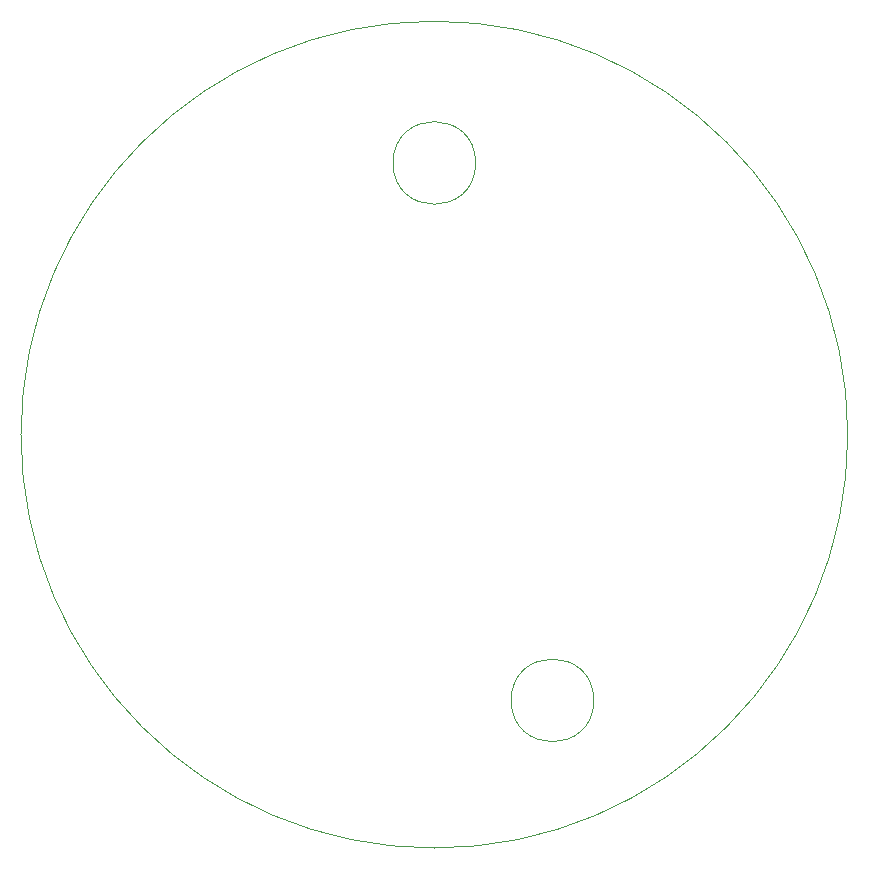
<source format=gm1>
G04 #@! TF.GenerationSoftware,KiCad,Pcbnew,8.0.6*
G04 #@! TF.CreationDate,2024-12-27T14:26:58+01:00*
G04 #@! TF.ProjectId,Minutka,4d696e75-746b-4612-9e6b-696361645f70,rev?*
G04 #@! TF.SameCoordinates,Original*
G04 #@! TF.FileFunction,Profile,NP*
%FSLAX46Y46*%
G04 Gerber Fmt 4.6, Leading zero omitted, Abs format (unit mm)*
G04 Created by KiCad (PCBNEW 8.0.6) date 2024-12-27 14:26:58*
%MOMM*%
%LPD*%
G01*
G04 APERTURE LIST*
G04 #@! TA.AperFunction,Profile*
%ADD10C,0.050000*%
G04 #@! TD*
G04 APERTURE END LIST*
D10*
X163500000Y-122500000D02*
G75*
G02*
X156500000Y-122500000I-3500000J0D01*
G01*
X156500000Y-122500000D02*
G75*
G02*
X163500000Y-122500000I3500000J0D01*
G01*
X153500000Y-77000000D02*
G75*
G02*
X146500000Y-77000000I-3500000J0D01*
G01*
X146500000Y-77000000D02*
G75*
G02*
X153500000Y-77000000I3500000J0D01*
G01*
X185000000Y-100000000D02*
G75*
G02*
X115000000Y-100000000I-35000000J0D01*
G01*
X115000000Y-100000000D02*
G75*
G02*
X185000000Y-100000000I35000000J0D01*
G01*
M02*

</source>
